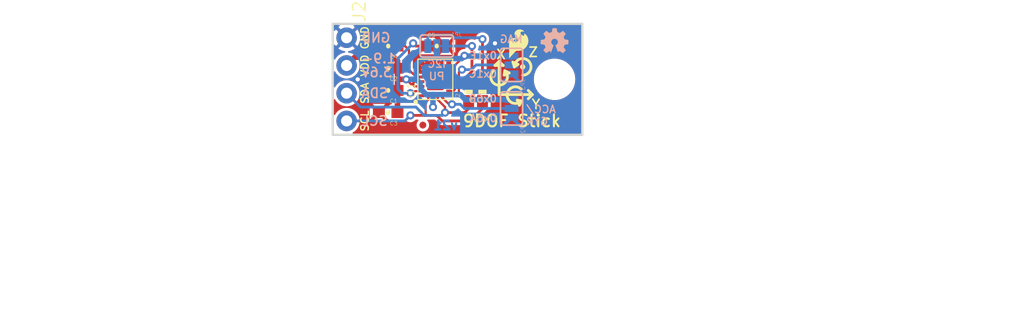
<source format=kicad_pcb>
(kicad_pcb (version 20221018) (generator pcbnew)
  (layers (0 "F.Cu" signal) (31 "B.Cu" signal) (34 "B.Paste" user) (35 "F.Paste" user) (36 "B.SilkS" user "B.Silkscreen") (37 "F.SilkS" user "F.Silkscreen") (38 "B.Mask" user) (39 "F.Mask" user) (44 "Edge.Cuts" user))
  (net 0 "")
  (net 1 "N$1")
  (net 2 "N$2")
  (net 3 "SCL")
  (net 4 "SDA")
  (net 5 "VDD")
  (net 6 "N$5")
  (net 7 "N$6")
  (net 8 "GND")
  (net 9 "SDO_A/G")
  (net 10 "SDO_M")
  (footprint "working:0603-RES" (layer "F.Cu") (at 149.5171 106.1466 90)
    (fp_text reference "R2" (at -0.889 -0.762 90) (layer "F.SilkS") (effects (font (size 0.373888 0.373888) (thickness 0.032512)) (justify left bottom)))
    (fp_text value "4.7K")
    (fp_poly (pts (xy -0.1905 0.381) (xy 0.1905 0.381) (xy 0.1905 -0.381) (xy -0.1905 -0.381)) (fill solid) (layer "F.SilkS"))
    (pad "1" smd rect (at -0.85 0 90) (size 1.1 1) (layers "F.Cu" "F.Paste" "F.Mask") (net 4 "SDA"))
    (pad "2" smd rect (at 0.85 0 90) (size 1.1 1) (layers "F.Cu" "F.Paste" "F.Mask") (net 1 "N$1"))
  )
  (footprint "working:0603-CAP" (layer "F.Cu") (at 142.1511 108.0516 180)
    (fp_text reference "C3" (at -0.889 -0.762 180) (layer "F.SilkS") (effects (font (size 0.373888 0.373888) (thickness 0.032512)) (justify right top)))
    (fp_text value "0.1uF")
    (fp_line (start 0 -0.02794) (end 0 0.02794) (stroke (width 0.381)) (layer "F.SilkS"))
    (pad "1" smd rect (at -0.85 0 180) (size 1.1 1) (layers "F.Cu" "F.Paste" "F.Mask") (net 5 "VDD"))
    (pad "2" smd rect (at 0.85 0 180) (size 1.1 1) (layers "F.Cu" "F.Paste" "F.Mask") (net 8 "GND"))
  )
  (footprint "working:0603-CAP" (layer "F.Cu") (at 142.1511 103.9876 180)
    (fp_text reference "C2" (at -0.889 -0.762 180) (layer "F.SilkS") (effects (font (size 0.373888 0.373888) (thickness 0.032512)) (justify right top)))
    (fp_text value "0.1uF")
    (fp_line (start 0 -0.02794) (end 0 0.02794) (stroke (width 0.381)) (layer "F.SilkS"))
    (pad "1" smd rect (at -0.85 0 180) (size 1.1 1) (layers "F.Cu" "F.Paste" "F.Mask") (net 5 "VDD"))
    (pad "2" smd rect (at 0.85 0 180) (size 1.1 1) (layers "F.Cu" "F.Paste" "F.Mask") (net 8 "GND"))
  )
  (footprint "working:CREATIVE_COMMONS" (layer "F.Cu") (at 126.9111 127.8636)
    (fp_text reference "FRAME1" hide)
    (fp_text value "FRAME-LETTER" hide)
  )
  (footprint "working:MICRO-FIDUCIAL" (layer "F.Cu") (at 145.3261 109.1946)
    (fp_text reference "FD3" hide)
    (fp_text value "FIDUCIALUFIDUCIAL" hide)
    (pad "1" smd roundrect (at 0 0) (size 0.635 0.635) (layers "F.Cu" "F.Mask") (roundrect_rratio 0.5))
  )
  (footprint "working:SFE_LOGO_FLAME_.1" (layer "F.Cu") (at 152.9461 103.3526)
    (fp_text reference "LOGO1" hide)
    (fp_text value "SFE_LOGO_FLAME.1_INCH" hide)
    (fp_poly (pts (xy 1.412844 -2.906175) (xy 1.560112 -2.832541) (xy 1.605026 -2.798855) (xy 1.681982 -2.7219) (xy 1.571006 -2.7219) (xy 1.551005 -2.7319) (xy 1.504689 -2.7319) (xy 1.468361 -2.722818) (xy 1.422477 -2.713641) (xy 1.39011 -2.697457) (xy 1.35808 -2.673435) (xy 1.343019 -2.650843) (xy 1.335288 -2.635381) (xy 1.3281 -2.613817) (xy 1.3281 -2.564689) (xy 1.335361 -2.535643) (xy 1.369607 -2.484275) (xy 1.425028 -2.428854) (xy 1.462016 -2.401113) (xy 1.489157 -2.383019) (xy 1.523301 -2.365947) (xy 1.594689 -2.3481) (xy 1.613817 -2.3481) (xy 1.629418 -2.3533) (xy 1.648687 -2.372569) (xy 1.654712 -2.384619) (xy 1.6619 -2.406183) (xy 1.6619 -2.558742) (xy 1.804838 -2.469406) (xy 1.890505 -2.373031) (xy 1.964662 -2.256498) (xy 2.016968 -2.099579) (xy 2.048309 -1.932428) (xy 2.037811 -1.753974) (xy 1.985628 -1.555678) (xy 1.881878 -1.368928) (xy 1.808618 -1.274737) (xy 1.726044 -1.192162) (xy 1.642524 -1.119083) (xy 1.536984 -1.055759) (xy 1.432127 -1.013816) (xy 1.318165 -0.982735) (xy 1.193153 -0.9619) (xy 1.003156 -0.9619) (xy 0.953396 -0.953606) (xy 0.863627 -0.899745) (xy 0.767973 -0.804091) (xy 0.647975 -0.664094) (xy 0.528159 -0.544277) (xy 0.478163 -0.484281) (xy 0.430255 -0.436373) (xy 0.400257 -0.386376) (xy 0.2819 -0.268018) (xy 0.2819 -1.732372) (xy 0.292559 -1.817641) (xy 0.314746 -1.895296) (xy 0.380852 -2.005474) (xy 0.436664 -2.050123) (xy 0.481171 -2.083503) (xy 0.539098 -2.106674) (xy 0.59313 -2.117481) (xy 0.656847 -2.1281) (xy 0.788994 -2.1281) (xy 0.884319 -2.080438) (xy 0.832569 -2.028687) (xy 0.784617 -2.004711) (xy 0.760581 -1.996699) (xy 0.7133 -1.949418) (xy 0.7081 -1.933817) (xy 0.7081 -1.906183) (xy 0.714531 -1.886888) (xy 0.729607 -1.864275) (xy 0.781411 -1.81247) (xy 0.820903 -1.796673) (xy 0.863772 -1.7881) (xy 0.935311 -1.7881) (xy 1.004356 -1.805361) (xy 1.053943 -1.838419) (xy 1.086003 -1.878494) (xy 1.1019 -1.926183) (xy 1.1019 -1.983091) (xy 1.077223 -2.048894) (xy 1.012268 -2.113851) (xy 0.931425 -2.204799) (xy 0.858661 -2.287958) (xy 0.804008 -2.386334) (xy 0.7819 -2.485818) (xy 0.7819 -2.576183) (xy 0.815289 -2.676349) (xy 0.871274 -2.765925) (xy 0.969046 -2.84197) (xy 1.087145 -2.906387) (xy 1.206565 -2.9281) (xy 1.314182 -2.9281)) (fill solid) (layer "F.SilkS"))
  )
  (footprint "working:LGA24-8X4" (layer "F.Cu") (at 146.4691 105.0036 90)
    (fp_text reference "U1" (at -1.778 -1.778 90) (layer "F.SilkS") (effects (font (size 0.747776 0.747776) (thickness 0.065024)) (justify left bottom)))
    (fp_text value "LSM9DS1")
    (fp_line (start -1.85 -1.6) (end 1.85 -1.6) (stroke (width 0.1016)) (layer "F.SilkS"))
    (fp_line (start -1.85 1.6) (end -1.85 -1.6) (stroke (width 0.1016)) (layer "F.SilkS"))
    (fp_line (start 1.85 -1.6) (end 1.85 1.6) (stroke (width 0.1016)) (layer "F.SilkS"))
    (fp_line (start 1.85 1.6) (end -1.85 1.6) (stroke (width 0.1016)) (layer "F.SilkS"))
    (fp_circle (center -2.05 -1.8) (end -1.95 -1.8) (stroke (width 0.2)) (fill solid) (layer "F.SilkS"))
    (pad "1" smd rect (at -1.505 -1.225 180) (size 0.45 0.27) (layers "F.Cu" "F.Paste" "F.Mask") (net 5 "VDD"))
    (pad "2" smd rect (at -1.475 -0.645 270) (size 0.45 0.27) (layers "F.Cu" "F.Paste" "F.Mask") (net 3 "SCL"))
    (pad "3" smd rect (at -1.475 -0.215 270) (size 0.45 0.27) (layers "F.Cu" "F.Paste" "F.Mask") (net 5 "VDD"))
    (pad "4" smd rect (at -1.475 0.215 270) (size 0.45 0.27) (layers "F.Cu" "F.Paste" "F.Mask") (net 4 "SDA"))
    (pad "5" smd rect (at -1.475 0.645 270) (size 0.45 0.27) (layers "F.Cu" "F.Paste" "F.Mask") (net 9 "SDO_A/G"))
    (pad "6" smd rect (at -1.505 1.225) (size 0.45 0.27) (layers "F.Cu" "F.Paste" "F.Mask") (net 10 "SDO_M"))
    (pad "7" smd rect (at -1.075 1.225) (size 0.45 0.27) (layers "F.Cu" "F.Paste" "F.Mask") (net 5 "VDD"))
    (pad "8" smd rect (at -0.645 1.225) (size 0.45 0.27) (layers "F.Cu" "F.Paste" "F.Mask") (net 5 "VDD"))
    (pad "9" smd rect (at -0.215 1.225) (size 0.45 0.27) (layers "F.Cu" "F.Paste" "F.Mask"))
    (pad "10" smd rect (at 0.215 1.225) (size 0.45 0.27) (layers "F.Cu" "F.Paste" "F.Mask"))
    (pad "11" smd rect (at 0.645 1.225) (size 0.45 0.27) (layers "F.Cu" "F.Paste" "F.Mask"))
    (pad "12" smd rect (at 1.075 1.225) (size 0.45 0.27) (layers "F.Cu" "F.Paste" "F.Mask"))
    (pad "13" smd rect (at 1.505 1.225) (size 0.45 0.27) (layers "F.Cu" "F.Paste" "F.Mask"))
    (pad "14" smd rect (at 1.475 0.645 90) (size 0.45 0.27) (layers "F.Cu" "F.Paste" "F.Mask") (net 8 "GND"))
    (pad "15" smd rect (at 1.475 0.215 90) (size 0.45 0.27) (layers "F.Cu" "F.Paste" "F.Mask") (net 8 "GND"))
    (pad "16" smd rect (at 1.475 -0.215 90) (size 0.45 0.27) (layers "F.Cu" "F.Paste" "F.Mask") (net 8 "GND"))
    (pad "17" smd rect (at 1.475 -0.645 90) (size 0.45 0.27) (layers "F.Cu" "F.Paste" "F.Mask") (net 8 "GND"))
    (pad "18" smd rect (at 1.505 -1.225 180) (size 0.45 0.27) (layers "F.Cu" "F.Paste" "F.Mask") (net 8 "GND"))
    (pad "19" smd rect (at 1.075 -1.225 180) (size 0.45 0.27) (layers "F.Cu" "F.Paste" "F.Mask") (net 8 "GND"))
    (pad "20" smd rect (at 0.645 -1.225 180) (size 0.45 0.27) (layers "F.Cu" "F.Paste" "F.Mask") (net 8 "GND"))
    (pad "21" smd rect (at 0.215 -1.225 180) (size 0.45 0.27) (layers "F.Cu" "F.Paste" "F.Mask") (net 6 "N$5"))
    (pad "22" smd rect (at -0.215 -1.225 180) (size 0.45 0.27) (layers "F.Cu" "F.Paste" "F.Mask") (net 5 "VDD"))
    (pad "23" smd rect (at -0.645 -1.225 180) (size 0.45 0.27) (layers "F.Cu" "F.Paste" "F.Mask") (net 5 "VDD"))
    (pad "24" smd rect (at -1.075 -1.225 180) (size 0.45 0.27) (layers "F.Cu" "F.Paste" "F.Mask") (net 7 "N$6"))
  )
  (footprint "working:0603-RES" (layer "F.Cu") (at 150.7871 106.1466 90)
    (fp_text reference "R1" (at -0.889 -0.762 90) (layer "F.SilkS") (effects (font (size 0.373888 0.373888) (thickness 0.032512)) (justify left bottom)))
    (fp_text value "4.7K")
    (fp_poly (pts (xy -0.1905 0.381) (xy 0.1905 0.381) (xy 0.1905 -0.381) (xy -0.1905 -0.381)) (fill solid) (layer "F.SilkS"))
    (pad "1" smd rect (at -0.85 0 90) (size 1.1 1) (layers "F.Cu" "F.Paste" "F.Mask") (net 3 "SCL"))
    (pad "2" smd rect (at 0.85 0 90) (size 1.1 1) (layers "F.Cu" "F.Paste" "F.Mask") (net 2 "N$2"))
  )
  (footprint "working:1X04_NO_SILK_ALL_ROUND" (layer "F.Cu") (at 138.3411 101.1936 -90)
    (fp_text reference "J2" (at -1.3462 -1.8288 -90) (layer "F.SilkS") (effects (font (size 1.143 1.143) (thickness 0.127)) (justify left bottom)))
    (fp_text value "")
    (pad "1" thru_hole circle (at 0 0) (size 1.8796 1.8796) (drill 1.016) (layers "*.Cu" "*.Mask") (net 8 "GND"))
    (pad "2" thru_hole circle (at 2.54 0) (size 1.8796 1.8796) (drill 1.016) (layers "*.Cu" "*.Mask") (net 5 "VDD"))
    (pad "3" thru_hole circle (at 5.08 0) (size 1.8796 1.8796) (drill 1.016) (layers "*.Cu" "*.Mask") (net 4 "SDA"))
    (pad "4" thru_hole circle (at 7.62 0) (size 1.8796 1.8796) (drill 1.016) (layers "*.Cu" "*.Mask") (net 3 "SCL"))
  )
  (footprint "working:0603-CAP" (layer "F.Cu") (at 146.5961 101.9556)
    (fp_text reference "C5" (at -0.889 -0.762) (layer "F.SilkS") (effects (font (size 0.373888 0.373888) (thickness 0.032512)) (justify left bottom)))
    (fp_text value "0.1uF")
    (fp_line (start 0 -0.02794) (end 0 0.02794) (stroke (width 0.381)) (layer "F.SilkS"))
    (pad "1" smd rect (at -0.85 0) (size 1.1 1) (layers "F.Cu" "F.Paste" "F.Mask") (net 7 "N$6"))
    (pad "2" smd rect (at 0.85 0) (size 1.1 1) (layers "F.Cu" "F.Paste" "F.Mask") (net 8 "GND"))
  )
  (footprint "working:0603-CAP" (layer "F.Cu") (at 142.1511 106.0196 180)
    (fp_text reference "C1" (at -0.889 -0.762 180) (layer "F.SilkS") (effects (font (size 0.373888 0.373888) (thickness 0.032512)) (justify right top)))
    (fp_text value "10uF")
    (fp_line (start 0 -0.02794) (end 0 0.02794) (stroke (width 0.381)) (layer "F.SilkS"))
    (pad "1" smd rect (at -0.85 0 180) (size 1.1 1) (layers "F.Cu" "F.Paste" "F.Mask") (net 5 "VDD"))
    (pad "2" smd rect (at 0.85 0 180) (size 1.1 1) (layers "F.Cu" "F.Paste" "F.Mask") (net 8 "GND"))
  )
  (footprint "working:0603-CAP" (layer "F.Cu") (at 142.1511 101.9556 180)
    (fp_text reference "C4" (at -0.889 -0.762 180) (layer "F.SilkS") (effects (font (size 0.373888 0.373888) (thickness 0.032512)) (justify right top)))
    (fp_text value "10nF")
    (fp_line (start 0 -0.02794) (end 0 0.02794) (stroke (width 0.381)) (layer "F.SilkS"))
    (pad "1" smd rect (at -0.85 0 180) (size 1.1 1) (layers "F.Cu" "F.Paste" "F.Mask") (net 6 "N$5"))
    (pad "2" smd rect (at 0.85 0 180) (size 1.1 1) (layers "F.Cu" "F.Paste" "F.Mask") (net 8 "GND"))
  )
  (footprint "working:STAND-OFF" (layer "F.Cu") (at 157.3911 105.0036)
    (fp_text reference "H1" hide)
    (fp_text value "STAND-OFF" hide)
    (pad "" np_thru_hole circle (at 0 0) (size 3.302 3.302) (drill 3.302) (layers "*.Cu" "*.Mask"))
  )
  (footprint "working:MICRO-FIDUCIAL" (layer "F.Cu") (at 158.6611 101.1936)
    (fp_text reference "FD4" hide)
    (fp_text value "FIDUCIALUFIDUCIAL" hide)
    (pad "1" smd roundrect (at 0 0) (size 0.635 0.635) (layers "F.Cu" "F.Mask") (roundrect_rratio 0.5))
  )
  (footprint "working:OSHW-LOGO-MINI" (layer "B.Cu") (at 157.3911 101.5746 180)
    (fp_text reference "LOGO3" hide)
    (fp_text value "OSHW-LOGOMINI" hide)
    (fp_poly (pts (xy 0.248928 0.903689) (xy 0.26557 0.895368) (xy 0.275571 0.895368) (xy 0.29557 0.885368) (xy 0.305571 0.885368) (xy 0.32557 0.875368) (xy 0.35234 0.875368) (xy 0.36911 0.858598) (xy 0.37557 0.855368) (xy 0.385571 0.855368) (xy 0.41911 0.838598) (xy 0.42911 0.828598) (xy 0.43557 0.825368) (xy 0.445571 0.825368) (xy 0.467713 0.814296) (xy 0.760503 1.01622) (xy 1.036814 0.751922) (xy 0.823852 0.457832) (xy 0.82783 0.449878) (xy 0.8446 0.433108) (xy 0.8446 0.413108) (xy 0.84783 0.409878) (xy 0.85783 0.389878) (xy 0.8746 0.373108) (xy 0.8746 0.353108) (xy 0.8846 0.343108) (xy 0.8846 0.316338) (xy 0.88783 0.309878) (xy 0.9046 0.293108) (xy 0.9046 0.273108) (xy 0.9146 0.263108) (xy 0.9146 0.239558) (xy 1.2746 0.179559) (xy 1.2746 -0.204671) (xy 0.9146 -0.266385) (xy 0.9146 -0.271602) (xy 0.9046 -0.291601) (xy 0.9046 -0.301602) (xy 0.8946 -0.321601) (xy 0.8946 -0.331602) (xy 0.8746 -0.371601) (xy 0.8746 -0.381602) (xy 0.85783 -0.415141) (xy 0.84783 -0.425141) (xy 0.8446 -0.431601) (xy 0.8446 -0.441602) (xy 0.82783 -0.475141) (xy 0.822488 -0.480482) (xy 1.036774 -0.766197) (xy 0.761086 -1.041885) (xy 0.465167 -0.837803) (xy 0.45234 -0.850631) (xy 0.44234 -0.850631) (xy 0.43234 -0.860631) (xy 0.41234 -0.860631) (xy 0.40234 -0.870631) (xy 0.39234 -0.870631) (xy 0.38234 -0.880631) (xy 0.37234 -0.880631) (xy 0.3646 -0.888371) (xy 0.3646 -1.074642) (xy 0.079132 -0.303879) (xy 0.16409 -0.2614) (xy 0.18409 -0.241401) (xy 0.20409 -0.231401) (xy 0.23537 -0.200121) (xy 0.24537 -0.180121) (xy 0.26537 -0.160121) (xy 0.271403 -0.148055) (xy 0.281404 -0.118052) (xy 0.2886 -0.10366) (xy 0.2886 -0.086464) (xy 0.2986 -0.056464) (xy 0.2986 0.021201) (xy 0.2886 0.051201) (xy 0.2886 0.075862) (xy 0.272159 0.100524) (xy 0.262159 0.130523) (xy 0.227068 0.18316) (xy 0.192391 0.217837) (xy 0.139755 0.252927) (xy 0.109756 0.262927) (xy 0.085094 0.279368) (xy 0.060433 0.279368) (xy 0.030433 0.289368) (xy -0.028724 0.289368) (xy -0.068722 0.279368) (xy -0.091894 0.279368) (xy -0.116556 0.262927) (xy -0.146555 0.252927) (xy -0.169192 0.237836) (xy -0.189191 0.217837) (xy -0.219191 0.197836) (xy -0.233868 0.18316) (xy -0.268959 0.130523) (xy -0.3054 0.021201) (xy -0.3054 -0.026464) (xy -0.2954 -0.056464) (xy -0.2954 -0.08366) (xy -0.278204 -0.118052) (xy -0.268203 -0.148055) (xy -0.25217 -0.180121) (xy -0.23217 -0.200121) (xy -0.22217 -0.220121) (xy -0.21089 -0.231401) (xy -0.19089 -0.241401) (xy -0.17089 -0.261401) (xy -0.138824 -0.277433) (xy -0.074125 -0.299) (xy -0.308354 -0.931417) (xy -0.34914 -0.890631) (xy -0.36914 -0.890631) (xy -0.37914 -0.880631) (xy -0.38914 -0.880631) (xy -0.39914 -0.870631) (xy -0.40914 -0.870631) (xy -0.41914 -0.860631) (xy -0.42914 -0.860631) (xy -0.43914 -0.850631) (xy -0.44914 -0.850631) (xy -0.45914 -0.840631) (xy -0.46914 -0.840631) (xy -0.471967 -0.837803) (xy -0.76848 -1.042295) (xy -1.032615 -0.766154) (xy -0.82762 -0.479161) (xy -0.8314 -0.471602) (xy -0.8314 -0.461601) (xy -0.83463 -0.455141) (xy -0.84463 -0.445141) (xy -0.85463 -0.425141) (xy -0.8714 -0.408371) (xy -0.8714 -0.388371) (xy -0.8814 -0.378371) (xy -0.8814 -0.351601) (xy -0.88463 -0.345141) (xy -0.9014 -0.328371) (xy -0.9014 -0.308371) (xy -0.9114 -0.298371) (xy -0.9114 -0.271601) (xy -0.914252 -0.265896) (xy -1.2714 -0.204671) (xy -1.2714 0.179408) (xy -0.919721 0.239696) (xy -0.9114 0.256338) (xy -0.9114 0.266339) (xy -0.9014 0.286338) (xy -0.9014 0.296339) (xy -0.8814 0.336338) (xy -0.8814 0.346339) (xy -0.86463 0.379878) (xy -0.8614 0.383108) (xy -0.8614 0.403108) (xy -0.84463 0.419878) (xy -0.83463 0.439878) (xy -0.8314 0.443108) (xy -0.8314 0.460035) (xy -1.032654 0.751854) (xy -0.767886 1.016622) (xy -0.471967 0.81254) (xy -0.45914 0.825368) (xy -0.43914 0.825368) (xy -0.43591 0.828598) (xy -0.41591 0.838598) (xy -0.39914 0.855368) (xy -0.37914 0.855368) (xy -0.37591 0.858598) (xy -0.342371 0.875368) (xy -0.33237 0.875368) (xy -0.312371 0.885368) (xy -0.29914 0.885368) (xy -0.28914 0.895368) (xy -0.26237 0.895368) (xy -0.256665 0.89822) (xy -0.19544 1.255368) (xy 0.18864 1.255368)) (fill solid) (layer "B.SilkS"))
  )
  (footprint "working:PAD-JUMPER-3-3OF3_NC_BY_TRACE_YES_SILK_FULL_BOX" (layer "B.Cu") (at 146.5961 101.9556 180)
    (fp_text reference "JP1" (at -1.27 1.27) (layer "B.SilkS") (effects (font (size 0.373888 0.373888) (thickness 0.032512)) (justify right top mirror)))
    (fp_text value "")
    (fp_line (start -1.016 0) (end -0.254 0) (stroke (width 0.2032)) (layer "B.Cu"))
    (fp_line (start 0.254 0) (end 1.016 0) (stroke (width 0.2032)) (layer "B.Cu"))
    (fp_line (start -1.524 -0.762) (end -1.524 0.762) (stroke (width 0.1524)) (layer "B.SilkS"))
    (fp_line (start -1.27 1.016) (end 1.27 1.016) (stroke (width 0.1524)) (layer "B.SilkS"))
    (fp_line (start 1.27 -1.016) (end -1.27 -1.016) (stroke (width 0.1524)) (layer "B.SilkS"))
    (fp_line (start 1.524 -0.762) (end 1.524 0.762) (stroke (width 0.1524)) (layer "B.SilkS"))
    (fp_arc (start -1.524 -0.762) (mid -1.449605 -0.941605) (end -1.27 -1.016) (stroke (width 0.1524)) (layer "B.SilkS"))
    (fp_arc (start -1.27 1.016) (mid -1.449605 0.941605) (end -1.524 0.762) (stroke (width 0.1524)) (layer "B.SilkS"))
    (fp_arc (start 1.27 -1.016) (mid 1.449605 -0.941605) (end 1.524 -0.762) (stroke (width 0.1524)) (layer "B.SilkS"))
    (fp_arc (start 1.524 0.762) (mid 1.449605 0.941605) (end 1.27 1.016) (stroke (width 0.1524)) (layer "B.SilkS"))
    (pad "1" smd rect (at -0.8128 0 180) (size 0.635 1.27) (layers "B.Cu" "B.Mask") (net 1 "N$1"))
    (pad "2" smd rect (at 0 0 180) (size 0.635 1.27) (layers "B.Cu" "B.Mask") (net 5 "VDD"))
    (pad "3" smd rect (at 0.8128 0 180) (size 0.635 1.27) (layers "B.Cu" "B.Mask") (net 2 "N$2"))
  )
  (footprint "working:PAD-JUMPER-3-2OF3_NC_BY_TRACE_YES_SILK_FULL_BOX" (layer "B.Cu") (at 153.4541 103.6828 90)
    (fp_text reference "JP3" (at -1.27 1.27 270) (layer "B.SilkS") (effects (font (size 0.373888 0.373888) (thickness 0.032512)) (justify left bottom mirror)))
    (fp_text value "")
    (fp_line (start 0 0) (end 0.635 0) (stroke (width 0.2032)) (layer "B.Cu"))
    (fp_line (start -1.524 -0.762) (end -1.524 0.762) (stroke (width 0.1524)) (layer "B.SilkS"))
    (fp_line (start -1.27 1.016) (end 1.27 1.016) (stroke (width 0.1524)) (layer "B.SilkS"))
    (fp_line (start 1.27 -1.016) (end -1.27 -1.016) (stroke (width 0.1524)) (layer "B.SilkS"))
    (fp_line (start 1.524 -0.762) (end 1.524 0.762) (stroke (width 0.1524)) (layer "B.SilkS"))
    (fp_arc (start -1.524 -0.762) (mid -1.449605 -0.941605) (end -1.27 -1.016) (stroke (width 0.1524)) (layer "B.SilkS"))
    (fp_arc (start -1.27 1.016) (mid -1.449605 0.941605) (end -1.524 0.762) (stroke (width 0.1524)) (layer "B.SilkS"))
    (fp_arc (start 1.27 -1.016) (mid 1.449605 -0.941605) (end 1.524 -0.762) (stroke (width 0.1524)) (layer "B.SilkS"))
    (fp_arc (start 1.524 0.762) (mid 1.449605 0.941605) (end 1.27 1.016) (stroke (width 0.1524)) (layer "B.SilkS"))
    (pad "1" smd rect (at -0.8128 0 90) (size 0.635 1.27) (layers "B.Cu" "B.Mask") (net 8 "GND"))
    (pad "2" smd rect (at 0 0 90) (size 0.635 1.27) (layers "B.Cu" "B.Mask") (net 10 "SDO_M"))
    (pad "3" smd rect (at 0.8128 0 90) (size 0.635 1.27) (layers "B.Cu" "B.Mask") (net 5 "VDD"))
  )
  (footprint "working:PAD-JUMPER-3-2OF3_NC_BY_TRACE_YES_SILK_FULL_BOX" (layer "B.Cu") (at 153.4541 107.6706 90)
    (fp_text reference "JP2" (at -1.27 1.27 270) (layer "B.SilkS") (effects (font (size 0.373888 0.373888) (thickness 0.032512)) (justify left bottom mirror)))
    (fp_text value "")
    (fp_line (start 0 0) (end 0.635 0) (stroke (width 0.2032)) (layer "B.Cu"))
    (fp_line (start -1.524 -0.762) (end -1.524 0.762) (stroke (width 0.1524)) (layer "B.SilkS"))
    (fp_line (start -1.27 1.016) (end 1.27 1.016) (stroke (width 0.1524)) (layer "B.SilkS"))
    (fp_line (start 1.27 -1.016) (end -1.27 -1.016) (stroke (width 0.1524)) (layer "B.SilkS"))
    (fp_line (start 1.524 -0.762) (end 1.524 0.762) (stroke (width 0.1524)) (layer "B.SilkS"))
    (fp_arc (start -1.524 -0.762) (mid -1.449605 -0.941605) (end -1.27 -1.016) (stroke (width 0.1524)) (layer "B.SilkS"))
    (fp_arc (start -1.27 1.016) (mid -1.449605 0.941605) (end -1.524 0.762) (stroke (width 0.1524)) (layer "B.SilkS"))
    (fp_arc (start 1.27 -1.016) (mid 1.449605 -0.941605) (end 1.524 -0.762) (stroke (width 0.1524)) (layer "B.SilkS"))
    (fp_arc (start 1.524 0.762) (mid 1.449605 0.941605) (end 1.27 1.016) (stroke (width 0.1524)) (layer "B.SilkS"))
    (pad "1" smd rect (at -0.8128 0 90) (size 0.635 1.27) (layers "B.Cu" "B.Mask") (net 8 "GND"))
    (pad "2" smd rect (at 0 0 90) (size 0.635 1.27) (layers "B.Cu" "B.Mask") (net 9 "SDO_A/G"))
    (pad "3" smd rect (at 0.8128 0 90) (size 0.635 1.27) (layers "B.Cu" "B.Mask") (net 5 "VDD"))
  )
  (gr_line (start 152.3111 106.4006) (end 155.3591 106.4006) (stroke (width 0.254)) (layer "F.SilkS"))
  (gr_line (start 153.7081 103.8606) (end 154.0383 103.632) (stroke (width 0.254)) (layer "F.SilkS"))
  (gr_line (start 153.5811 103.4288) (end 153.7081 103.8606) (stroke (width 0.254)) (layer "F.SilkS"))
  (gr_arc (start 154.366084 106.972054) (mid 153.04812 106.476663) (end 154.330356 105.895016) (stroke (width 0.254)) (layer "F.SilkS"))
  (gr_arc (start 153.7081 103.8606) (mid 155.008915 103.321785) (end 154.4701 104.6226) (stroke (width 0.254)) (layer "F.SilkS"))
  (gr_line (start 153.8097 103.632) (end 153.7335 103.5304) (stroke (width 0.254)) (layer "F.SilkS"))
  (gr_line (start 155.3591 106.4006) (end 154.9781 106.7816) (stroke (width 0.254)) (layer "F.SilkS"))
  (gr_line (start 153.233812 104.420922) (end 152.831753 104.218616) (stroke (width 0.254)) (layer "F.SilkS"))
  (gr_line (start 153.96879 106.91335) (end 154.163778 107.374113) (stroke (width 0.254)) (layer "F.SilkS"))
  (gr_line (start 154.163778 107.374113) (end 154.366084 106.972054) (stroke (width 0.254)) (layer "F.SilkS"))
  (gr_line (start 152.831753 104.218616) (end 152.77305 104.61591) (stroke (width 0.254)) (layer "F.SilkS"))
  (gr_line (start 154.0383 103.632) (end 153.5811 103.4288) (stroke (width 0.254)) (layer "F.SilkS"))
  (gr_arc (start 152.831753 104.218616) (mid 152.336362 105.53658) (end 151.754715 104.254344) (stroke (width 0.254)) (layer "F.SilkS"))
  (gr_line (start 151.9301 103.7336) (end 152.3111 103.3526) (stroke (width 0.254)) (layer "F.SilkS"))
  (gr_line (start 152.3111 106.4006) (end 152.3111 103.3526) (stroke (width 0.254)) (layer "F.SilkS"))
  (gr_circle (center 154.4701 103.8606) (end 154.5336 103.8606) (stroke (width 0.1778)) (fill none) (layer "F.SilkS"))
  (gr_line (start 154.9781 106.0196) (end 155.3591 106.4006) (stroke (width 0.254)) (layer "F.SilkS"))
  (gr_line (start 152.6921 103.7336) (end 151.9301 103.7336) (stroke (width 0.254)) (layer "F.SilkS"))
  (gr_line (start 152.77305 104.61591) (end 153.233812 104.420922) (stroke (width 0.254)) (layer "F.SilkS"))
  (gr_line (start 152.3111 103.3526) (end 152.6921 103.7336) (stroke (width 0.254)) (layer "F.SilkS"))
  (gr_line (start 154.366084 106.972054) (end 153.96879 106.91335) (stroke (width 0.254)) (layer "F.SilkS"))
  (gr_line (start 153.8351 103.7336) (end 153.7081 103.7336) (stroke (width 0.127)) (layer "F.SilkS"))
  (gr_line (start 137.0711 99.9236) (end 137.0711 110.0836) (stroke (width 0.2032)) (layer "Edge.Cuts"))
  (gr_line (start 159.9311 110.0836) (end 159.9311 99.9236) (stroke (width 0.2032)) (layer "Edge.Cuts"))
  (gr_line (start 159.9311 99.9236) (end 137.0711 99.9236) (stroke (width 0.2032)) (layer "Edge.Cuts"))
  (gr_line (start 137.0711 110.0836) (end 159.9311 110.0836) (stroke (width 0.2032)) (layer "Edge.Cuts"))
  (gr_text "v21" (at 148.6281 109.7026) (layer "B.Cu") (effects (font (size 0.8128 0.8128) (thickness 0.2032)) (justify left bottom mirror)))
  (gr_text "SDA" (at 139.6111 106.2736) (layer "B.SilkS") (effects (font (size 0.8636 0.8636) (thickness 0.1524)) (justify right mirror)))
  (gr_text "I2C" (at 146.5961 103.9876) (layer "B.SilkS") (effects (font (size 0.69088 0.69088) (thickness 0.12192)) (justify bottom mirror)))
  (gr_text "3.6V" (at 139.6111 104.3686) (layer "B.SilkS") (effects (font (size 0.8636 0.8636) (thickness 0.1524)) (justify right mirror)))
  (gr_text "0x1C" (at 152.1841 104.4956) (layer "B.SilkS") (effects (font (size 0.69088 0.69088) (thickness 0.12192)) (justify left mirror)))
  (gr_text "GND" (at 139.6111 101.1936) (layer "B.SilkS") (effects (font (size 0.8636 0.8636) (thickness 0.1524)) (justify right mirror)))
  (gr_text "MAG" (at 152.3111 101.3206) (layer "B.SilkS") (effects (font (size 0.69088 0.69088) (thickness 0.12192)) (justify right mirror)))
  (gr_text "SCL" (at 139.6111 108.8136) (layer "B.SilkS") (effects (font (size 0.8636 0.8636) (thickness 0.1524)) (justify right mirror)))
  (gr_text "ACC/\nGYR" (at 154.7241 108.3056) (layer "B.SilkS") (effects (font (size 0.69088 0.69088) (thickness 0.12192)) (justify right mirror)))
  (gr_text "1.9-" (at 139.6111 103.0986) (layer "B.SilkS") (effects (font (size 0.8636 0.8636) (thickness 0.1524)) (justify right mirror)))
  (gr_text "0x1E" (at 152.1841 102.8446) (layer "B.SilkS") (effects (font (size 0.69088 0.69088) (thickness 0.12192)) (justify left mirror)))
  (gr_text "PU" (at 146.5961 105.1306) (layer "B.SilkS") (effects (font (size 0.69088 0.69088) (thickness 0.12192)) (justify bottom mirror)))
  (gr_text "0x6A" (at 152.1841 108.5596) (layer "B.SilkS") (effects (font (size 0.69088 0.69088) (thickness 0.12192)) (justify left mirror)))
  (gr_text "0x6B" (at 152.1841 106.7816) (layer "B.SilkS") (effects (font (size 0.69088 0.69088) (thickness 0.12192)) (justify left mirror)))
  (gr_text "Z" (at 155.4353 103.0224) (layer "F.SilkS") (effects (font (size 0.8636 0.8636) (thickness 0.1524)) (justify bottom)))
  (gr_text "X" (at 152.4889 103.2256) (layer "F.SilkS") (effects (font (size 0.8636 0.8636) (thickness 0.1524)) (justify bottom)))
  (gr_text "SCL" (at 139.6111 108.8136 90) (layer "F.SilkS") (effects (font (size 0.69088 0.69088) (thickness 0.12192)) (justify top)))
  (gr_text "9DOF Stick" (at 148.8821 108.8136) (layer "F.SilkS") (effects (font (size 1.0795 1.0795) (thickness 0.1905)) (justify left)))
  (gr_text "Y" (at 155.6893 107.7976) (layer "F.SilkS") (effects (font (size 0.8636 0.8636) (thickness 0.1524)) (justify bottom)))
  (gr_text "GND" (at 139.6111 101.1936 90) (layer "F.SilkS") (effects (font (size 0.69088 0.69088) (thickness 0.12192)) (justify top)))
  (gr_text "SDA" (at 139.6111 106.2736 90) (layer "F.SilkS") (effects (font (size 0.69088 0.69088) (thickness 0.12192)) (justify top)))
  (gr_text "VDD" (at 139.6111 103.7336 90) (layer "F.SilkS") (effects (font (size 0.69088 0.69088) (thickness 0.12192)) (justify top)))
  (segment (start 149.5171 104.585541) (end 149.8219 104.280741) (width 0.254) (layer "F.Cu") (net 1))
  (segment (start 149.5171 104.585541) (end 149.5171 105.2966) (width 0.254) (layer "F.Cu") (net 1))
  (segment (start 149.8219 101.9556) (end 149.8219 104.280741) (width 0.254) (layer "F.Cu") (net 1))
  (via (at 149.8219 101.9556) (size 0.7366) (drill 0.381) (layers "F.Cu" "B.Cu") (net 1))
  (segment (start 147.4089 101.9556) (end 149.8219 101.9556) (width 0.254) (layer "B.Cu") (net 1))
  (segment (start 150.7871 101.3206) (end 150.7871 105.2966) (width 0.254) (layer "F.Cu") (net 2))
  (via (at 150.7871 101.3206) (size 0.7366) (drill 0.381) (layers "F.Cu" "B.Cu") (net 2))
  (segment (start 147.9931 100.9396) (end 145.9611 100.9396) (width 0.254) (layer "B.Cu") (net 2))
  (segment (start 150.7871 101.1936) (end 148.2471 101.1936) (width 0.254) (layer "B.Cu") (net 2))
  (segment (start 145.7833 101.9556) (end 145.7833 101.1174) (width 0.254) (layer "B.Cu") (net 2))
  (segment (start 150.7871 101.3206) (end 150.7871 101.1936) (width 0.254) (layer "B.Cu") (net 2))
  (segment (start 145.7833 101.1174) (end 145.9611 100.9396) (width 0.254) (layer "B.Cu") (net 2))
  (segment (start 148.2471 101.1936) (end 147.9931 100.9396) (width 0.254) (layer "B.Cu") (net 2))
  (segment (start 150.7871 107.6706) (end 150.7871 106.9966) (width 0.254) (layer "F.Cu") (net 3))
  (segment (start 145.5801 107.106922) (end 145.5801 108.3056) (width 0.2032) (layer "F.Cu") (net 3))
  (segment (start 149.3901 108.8136) (end 149.6441 108.8136) (width 0.254) (layer "F.Cu") (net 3))
  (segment (start 145.8241 106.862922) (end 145.8241 106.4786) (width 0.2032) (layer "F.Cu") (net 3))
  (segment (start 145.5801 108.3056) (end 146.5961 108.3056) (width 0.254) (layer "F.Cu") (net 3))
  (segment (start 146.5961 108.3056) (end 147.1041 108.8136) (width 0.254) (layer "F.Cu") (net 3))
  (segment (start 144.1831 108.3056) (end 145.5801 108.3056) (width 0.254) (layer "F.Cu") (net 3))
  (segment (start 147.1041 108.8136) (end 149.3901 108.8136) (width 0.254) (layer "F.Cu") (net 3))
  (segment (start 149.6441 108.8136) (end 150.7871 107.6706) (width 0.254) (layer "F.Cu") (net 3))
  (segment (start 145.5801 107.106922) (end 145.8241 106.862922) (width 0.2032) (layer "F.Cu") (net 3))
  (via (at 144.1831 108.3056) (size 0.7366) (drill 0.381) (layers "F.Cu" "B.Cu") (net 3))
  (segment (start 138.3411 108.8136) (end 143.6751 108.8136) (width 0.254) (layer "B.Cu") (net 3))
  (segment (start 143.6751 108.8136) (end 144.1831 108.3056) (width 0.254) (layer "B.Cu") (net 3))
  (segment (start 149.15789 108.0516) (end 149.5171 107.692391) (width 0.254) (layer "F.Cu") (net 4))
  (segment (start 147.3581 108.0516) (end 149.15789 108.0516) (width 0.254) (layer "F.Cu") (net 4))
  (segment (start 149.5171 107.692391) (end 149.5171 106.9966) (width 0.254) (layer "F.Cu") (net 4))
  (segment (start 146.6841 106.8696) (end 147.3581 107.5436) (width 0.2032) (layer "F.Cu") (net 4))
  (segment (start 147.3581 107.5436) (end 147.3581 108.0516) (width 0.2032) (layer "F.Cu") (net 4))
  (segment (start 146.6841 106.8696) (end 146.6841 106.4786) (width 0.2032) (layer "F.Cu") (net 4))
  (via (at 147.3581 108.0516) (size 0.7366) (drill 0.381) (layers "F.Cu" "B.Cu") (net 4))
  (segment (start 139.6111 107.5436) (end 144.6911 107.5436) (width 0.254) (layer "B.Cu") (net 4))
  (segment (start 138.3411 106.2736) (end 139.6111 107.5436) (width 0.254) (layer "B.Cu") (net 4))
  (segment (start 147.1041 108.3056) (end 145.4531 108.3056) (width 0.254) (layer "B.Cu") (net 4))
  (segment (start 147.3581 108.0516) (end 147.1041 108.3056) (width 0.254) (layer "B.Cu") (net 4))
  (segment (start 144.6911 107.5436) (end 145.4531 108.3056) (width 0.254) (layer "B.Cu") (net 4))
  (segment (start 148.2471 103.7336) (end 148.2471 105.6486) (width 0.2032) (layer "F.Cu") (net 5))
  (segment (start 148.107065 106.0786) (end 148.2471 105.938566) (width 0.2032) (layer "F.Cu") (net 5))
  (segment (start 138.3411 103.7336) (end 139.1031 102.9716) (width 0.508) (layer "F.Cu") (net 5))
  (segment (start 145.2441 106.5086) (end 144.9451 106.5086) (width 0.2032) (layer "F.Cu") (net 5))
  (segment (start 148.2471 105.6486) (end 147.6941 105.6486) (width 0.2032) (layer "F.Cu") (net 5))
  (segment (start 139.1031 102.9716) (end 142.6591 102.9716) (width 0.515618) (layer "F.Cu") (net 5))
  (segment (start 143.0011 107.0356) (end 143.0011 106.0196) (width 0.508) (layer "F.Cu") (net 5))
  (segment (start 146.2541 106.4786) (end 146.2541 107.5436) (width 0.2032) (layer "F.Cu") (net 5))
  (segment (start 144.56449 105.6486) (end 144.4371 105.52121) (width 0.2032) (layer "F.Cu") (net 5))
  (segment (start 142.6591 102.9716) (end 143.0011 103.3136) (width 0.508) (layer "F.Cu") (net 5))
  (segment (start 147.6941 106.0786) (end 148.107065 106.0786) (width 0.2032) (layer "F.Cu") (net 5))
  (segment (start 144.4371 105.351454) (end 144.4371 105.4336) (width 0.2032) (layer "F.Cu") (net 5))
  (segment (start 143.0011 103.3136) (end 143.0011 103.9876) (width 0.508) (layer "F.Cu") (net 5))
  (segment (start 144.9451 106.5086) (end 144.4181 107.0356) (width 0.2032) (layer "F.Cu") (net 5))
  (segment (start 143.0011 105.0036) (end 143.8021 105.0036) (width 0.508) (layer "F.Cu") (net 5))
  (segment (start 143.0011 108.0516) (end 143.0011 107.0356) (width 0.508) (layer "F.Cu") (net 5))
  (segment (start 148.2471 105.938566) (end 148.2471 105.6486) (width 0.2032) (layer "F.Cu") (net 5))
  (segment (start 144.569953 105.2186) (end 144.4371 105.351454) (width 0.2032) (layer "F.Cu") (net 5))
  (segment (start 143.0011 106.0196) (end 143.0011 105.0036) (width 0.508) (layer "F.Cu") (net 5))
  (segment (start 145.2441 105.6486) (end 144.56449 105.6486) (width 0.2032) (layer "F.Cu") (net 5))
  (segment (start 144.4181 107.0356) (end 143.0011 107.0356) (width 0.2032) (layer "F.Cu") (net 5))
  (segment (start 149.1361 102.8446) (end 148.2471 103.7336) (width 0.2032) (layer "F.Cu") (net 5))
  (segment (start 144.4371 105.4336) (end 144.2321 105.4336) (width 0.2032) (layer "F.Cu") (net 5))
  (segment (start 143.0011 103.9876) (end 143.0011 105.0036) (width 0.508) (layer "F.Cu") (net 5))
  (segment (start 144.4371 105.52121) (end 144.4371 105.4336) (width 0.2032) (layer "F.Cu") (net 5))
  (segment (start 144.2321 105.4336) (end 143.8021 105.0036) (width 0.2032) (layer "F.Cu") (net 5))
  (segment (start 145.2441 105.2186) (end 144.569953 105.2186) (width 0.2032) (layer "F.Cu") (net 5))
  (via (at 143.8021 105.0036) (size 0.7366) (drill 0.381) (layers "F.Cu" "B.Cu") (net 5))
  (via (at 149.1361 102.8446) (size 0.7366) (drill 0.381) (layers "F.Cu" "B.Cu") (net 5))
  (via (at 146.2541 107.5436) (size 0.7366) (drill 0.381) (layers "F.Cu" "B.Cu") (net 5))
  (segment (start 145.640059 106.4006) (end 145.0721 105.832641) (width 0.508) (layer "B.Cu") (net 5))
  (segment (start 153.4541 102.87) (end 149.1615 102.87) (width 0.508) (layer "B.Cu") (net 5))
  (segment (start 148.8821 103.0986) (end 146.5961 103.0986) (width 0.508) (layer "B.Cu") (net 5))
  (segment (start 146.5961 103.0986) (end 145.26305 103.0986) (width 0.508) (layer "B.Cu") (net 5))
  (segment (start 144.726671 105.0036) (end 145.0721 105.349029) (width 0.508) (layer "B.Cu") (net 5))
  (segment (start 149.1615 102.87) (end 149.1361 102.8446) (width 0.508) (layer "B.Cu") (net 5))
  (segment (start 148.7551 106.4006) (end 146.2541 106.4006) (width 0.508) (layer "B.Cu") (net 5))
  (segment (start 145.0721 105.832641) (end 145.0721 105.349029) (width 0.508) (layer "B.Cu") (net 5))
  (segment (start 153.4541 106.8578) (end 149.2123 106.8578) (width 0.508) (layer "B.Cu") (net 5))
  (segment (start 149.2123 106.8578) (end 148.7551 106.4006) (width 0.508) (layer "B.Cu") (net 5))
  (segment (start 145.26305 103.0986) (end 144.726671 103.634979) (width 0.508) (layer "B.Cu") (net 5))
  (segment (start 144.726671 103.634979) (end 144.726671 105.0036) (width 0.508) (layer "B.Cu") (net 5))
  (segment (start 144.726671 105.0036) (end 143.8021 105.0036) (width 0.508) (layer "B.Cu") (net 5))
  (segment (start 146.2541 107.5436) (end 146.2541 106.4006) (width 0.508) (layer "B.Cu") (net 5))
  (segment (start 149.1361 102.8446) (end 148.8821 103.0986) (width 0.508) (layer "B.Cu") (net 5))
  (segment (start 146.2541 106.4006) (end 145.640059 106.4006) (width 0.508) (layer "B.Cu") (net 5))
  (segment (start 146.5961 101.9556) (end 146.5961 103.0986) (width 0.508) (layer "B.Cu") (net 5))
  (segment (start 144.0561 104.129463) (end 144.0561 102.31481) (width 0.2032) (layer "F.Cu") (net 6))
  (segment (start 144.715237 104.7886) (end 145.2441 104.7886) (width 0.2032) (layer "F.Cu") (net 6))
  (segment (start 144.0561 104.129463) (end 144.715237 104.7886) (width 0.2032) (layer "F.Cu") (net 6))
  (segment (start 143.69689 101.9556) (end 143.0011 101.9556) (width 0.2032) (layer "F.Cu") (net 6))
  (segment (start 144.0561 102.31481) (end 143.69689 101.9556) (width 0.2032) (layer "F.Cu") (net 6))
  (segment (start 144.6321 106.0786) (end 145.2441 106.0786) (width 0.2032) (layer "F.Cu") (net 7))
  (segment (start 144.1831 106.2736) (end 144.4371 106.2736) (width 0.2032) (layer "F.Cu") (net 7))
  (segment (start 145.7461 101.9556) (end 144.6911 101.9556) (width 0.254) (layer "F.Cu") (net 7))
  (segment (start 144.6911 101.9556) (end 144.4371 101.7016) (width 0.254) (layer "F.Cu") (net 7))
  (segment (start 144.4371 106.2736) (end 144.6321 106.0786) (width 0.2032) (layer "F.Cu") (net 7))
  (via (at 144.4371 101.7016) (size 0.7366) (drill 0.381) (layers "F.Cu" "B.Cu") (net 7))
  (via (at 144.1831 106.2736) (size 0.7366) (drill 0.381) (layers "F.Cu" "B.Cu") (net 7))
  (segment (start 143.0401 105.8926) (end 143.4211 106.2736) (width 0.254) (layer "B.Cu") (net 7))
  (segment (start 143.4211 106.2736) (end 144.1831 106.2736) (width 0.254) (layer "B.Cu") (net 7))
  (segment (start 143.0401 103.0986) (end 144.4371 101.7016) (width 0.254) (layer "B.Cu") (net 7))
  (segment (start 143.0401 105.8926) (end 143.0401 103.0986) (width 0.254) (layer "B.Cu") (net 7))
  (segment (start 144.6911 102.9716) (end 145.8241 102.9716) (width 0.2032) (layer "F.Cu") (net 8))
  (segment (start 144.6911 103.4986) (end 144.6911 102.9716) (width 0.2032) (layer "F.Cu") (net 8))
  (segment (start 146.2541 103.5286) (end 146.2541 102.9716) (width 0.2032) (layer "F.Cu") (net 8))
  (segment (start 147.1141 102.9716) (end 147.1141 103.5286) (width 0.2032) (layer "F.Cu") (net 8))
  (segment (start 146.6841 103.5286) (end 146.6841 102.9716) (width 0.2032) (layer "F.Cu") (net 8))
  (segment (start 145.8241 102.9716) (end 146.2541 102.9716) (width 0.2032) (layer "F.Cu") (net 8))
  (segment (start 146.6841 102.9716) (end 146.2541 102.9716) (width 0.2032) (layer "F.Cu") (net 8))
  (segment (start 144.6911 103.9286) (end 144.6911 104.185922) (width 0.2032) (layer "F.Cu") (net 8))
  (segment (start 144.6911 104.185922) (end 144.863778 104.3586) (width 0.2032) (layer "F.Cu") (net 8))
  (segment (start 145.2441 103.4986) (end 144.6911 103.4986) (width 0.2032) (layer "F.Cu") (net 8))
  (segment (start 144.863778 104.3586) (end 145.2441 104.3586) (width 0.2032) (layer "F.Cu") (net 8))
  (segment (start 145.2441 103.9286) (end 144.6911 103.9286) (width 0.2032) (layer "F.Cu") (net 8))
  (segment (start 145.8241 103.5286) (end 145.8241 102.9716) (width 0.2032) (layer "F.Cu") (net 8))
  (segment (start 144.6911 103.4986) (end 144.6911 103.9286) (width 0.2032) (layer "F.Cu") (net 8))
  (segment (start 146.6841 102.9716) (end 147.1141 102.9716) (width 0.2032) (layer "F.Cu") (net 8))
  (segment (start 145.2441 104.3586) (end 144.916309 104.3586) (width 0.2032) (layer "F.Cu") (net 8))
  (via (at 151.9301 101.7016) (size 0.7366) (drill 0.381) (layers "F.Cu" "B.Cu") (net 8))
  (via (at 139.3571 105.0036) (size 0.7366) (drill 0.381) (layers "F.Cu" "B.Cu") (net 8))
  (segment (start 147.1141 106.4786) (end 147.1141 106.6646) (width 0.2032) (layer "F.Cu") (net 9))
  (segment (start 147.7191 107.2896) (end 147.9931 107.2896) (width 0.2032) (layer "F.Cu") (net 9))
  (segment (start 147.7391 107.2896) (end 147.9931 107.2896) (width 0.2032) (layer "F.Cu") (net 9))
  (segment (start 147.1141 106.6646) (end 147.1041 106.6746) (width 0.2032) (layer "F.Cu") (net 9))
  (segment (start 147.1041 106.6746) (end 147.7191 107.2896) (width 0.2032) (layer "F.Cu") (net 9))
  (via (at 147.9931 107.2896) (size 0.7366) (drill 0.381) (layers "F.Cu" "B.Cu") (net 9))
  (segment (start 147.9931 107.2896) (end 148.7551 107.2896) (width 0.254) (layer "B.Cu") (net 9))
  (segment (start 149.1361 107.6706) (end 153.4541 107.6706) (width 0.254) (layer "B.Cu") (net 9))
  (segment (start 148.7551 107.2896) (end 149.1361 107.6706) (width 0.254) (layer "B.Cu") (net 9))
  (segment (start 148.6281 106.23705) (end 148.6281 104.3686) (width 0.2032) (layer "F.Cu") (net 10))
  (segment (start 147.6941 106.5086) (end 148.35655 106.5086) (width 0.2032) (layer "F.Cu") (net 10))
  (segment (start 148.6281 106.23705) (end 148.35655 106.5086) (width 0.2032) (layer "F.Cu") (net 10))
  (segment (start 148.9075 104.0892) (end 148.9075 104.1146) (width 0.2032) (layer "F.Cu") (net 10))
  (segment (start 148.6281 104.3686) (end 148.9075 104.0892) (width 0.2032) (layer "F.Cu") (net 10))
  (via (at 148.9075 104.1146) (size 0.7366) (drill 0.381) (layers "F.Cu" "B.Cu") (net 10))
  (segment (start 150.2029 103.6828) (end 149.7711 104.1146) (width 0.254) (layer "B.Cu") (net 10))
  (segment (start 153.4541 103.6828) (end 150.2029 103.6828) (width 0.254) (layer "B.Cu") (net 10))
  (segment (start 149.7711 104.1146) (end 148.9075 104.1146) (width 0.254) (layer "B.Cu") (net 10))
  (zone (net 8) (net_name "GND") (layer "F.Cu") (priority 6) (connect_pads (clearance 0.254)) (min_thickness 0.127) (fill yes (thermal_gap 0.304) (thermal_bridge_width 0.304))
    (polygon (pts (xy 160.0581 110.2106) (xy 136.9441 110.2106) (xy 136.9441 99.7966) (xy 160.0581 99.7966)))
  )
  (zone (net 8) (net_name "GND") (layer "B.Cu") (priority 6) (connect_pads (clearance 0.254)) (min_thickness 0.127) (fill yes (thermal_gap 0.304) (thermal_bridge_width 0.304))
    (polygon (pts (xy 160.0581 110.2106) (xy 136.9441 110.2106) (xy 136.9441 99.7966) (xy 160.0581 99.7966)))
  )
)
</source>
